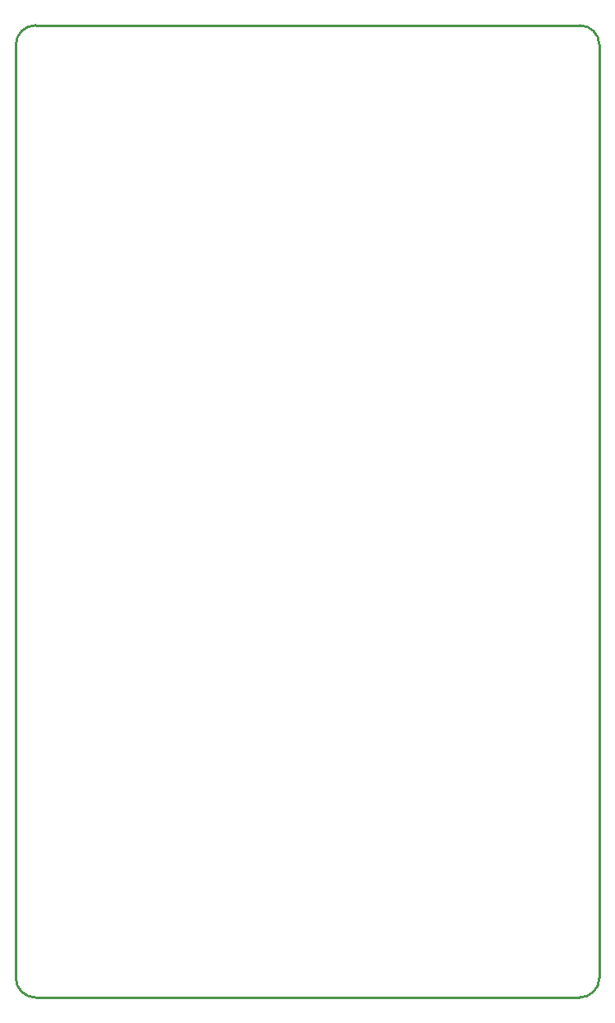
<source format=gm1>
G04*
G04 #@! TF.GenerationSoftware,Altium Limited,Altium Designer,22.2.1 (43)*
G04*
G04 Layer_Color=16711935*
%FSLAX44Y44*%
%MOMM*%
G71*
G04*
G04 #@! TF.SameCoordinates,7C5D536F-F001-484F-B139-385EAFE792E0*
G04*
G04*
G04 #@! TF.FilePolarity,Positive*
G04*
G01*
G75*
%ADD10C,0.2540*%
%ADD12C,0.1000*%
D10*
Y20000D02*
G03*
X20000Y0I20000J0D01*
G01*
Y1000000D02*
G03*
X0Y980000I0J-20000D01*
G01*
X600000D02*
G03*
X580000Y1000000I-20000J0D01*
G01*
Y0D02*
G03*
X600000Y20000I0J20000D01*
G01*
X580000Y0D02*
X20000D01*
X580000Y1000000D02*
X20000D01*
X600000Y20000D02*
Y980000D01*
X0Y20000D02*
Y980000D01*
D12*
Y20000D02*
Y20000D01*
Y980000D02*
Y980000D01*
Y980000D02*
Y980000D01*
M02*

</source>
